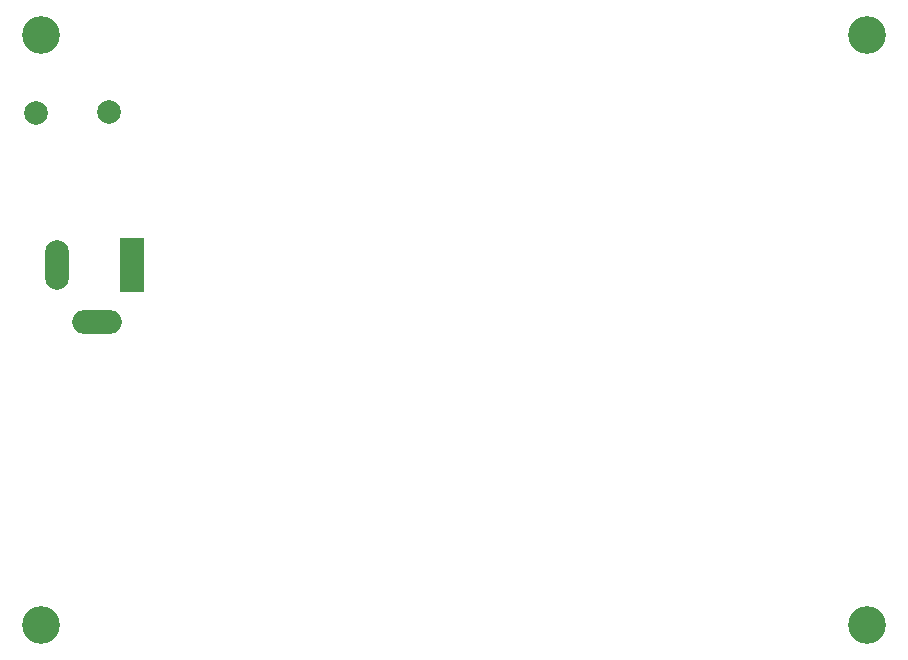
<source format=gbr>
%TF.GenerationSoftware,KiCad,Pcbnew,7.0.1*%
%TF.CreationDate,2023-04-18T15:39:04-07:00*%
%TF.ProjectId,makerspace-smt-training,6d616b65-7273-4706-9163-652d736d742d,rev?*%
%TF.SameCoordinates,Original*%
%TF.FileFunction,Soldermask,Bot*%
%TF.FilePolarity,Negative*%
%FSLAX46Y46*%
G04 Gerber Fmt 4.6, Leading zero omitted, Abs format (unit mm)*
G04 Created by KiCad (PCBNEW 7.0.1) date 2023-04-18 15:39:04*
%MOMM*%
%LPD*%
G01*
G04 APERTURE LIST*
%ADD10R,2.000000X4.600000*%
%ADD11O,2.000000X4.200000*%
%ADD12O,4.200000X2.000000*%
%ADD13C,3.200000*%
%ADD14C,2.000000*%
G04 APERTURE END LIST*
D10*
%TO.C,J1*%
X93705000Y-68479000D03*
D11*
X87405000Y-68479000D03*
D12*
X90805000Y-73279000D03*
%TD*%
D13*
%TO.C,H2*%
X86000000Y-99000000D03*
%TD*%
%TO.C,H3*%
X156000000Y-99000000D03*
%TD*%
D14*
%TO.C,TP8*%
X85600000Y-55650000D03*
%TD*%
%TO.C,TP7*%
X91800000Y-55500000D03*
%TD*%
D13*
%TO.C,H1*%
X86000000Y-49000000D03*
%TD*%
%TO.C,H4*%
X156000000Y-49000000D03*
%TD*%
M02*

</source>
